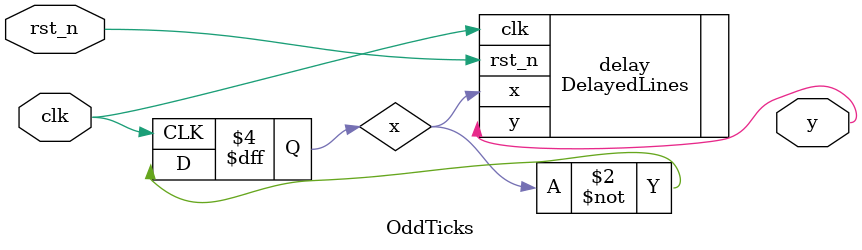
<source format=sv>
module OddTicks #(
) (
    input  logic clk,
    input  logic rst_n,  // Active low reset
    output logic y
);
    logic x = 0;

    DelayedLines  #(.DELAY(1)) delay (.clk(clk), .rst_n(rst_n), .x(x), .y(y));
  
    always_ff @( posedge clk ) begin
        x = ~x;
    end
endmodule
</source>
